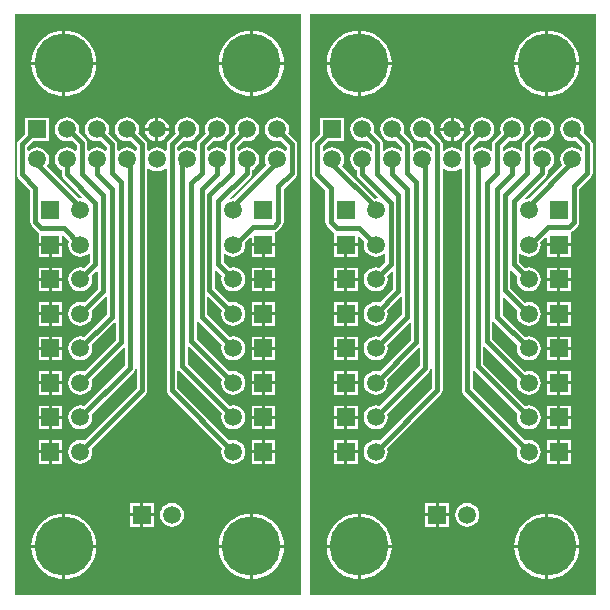
<source format=gbl>
%FSLAX24Y24*%
%MOIN*%
G70*
G01*
G75*
G04 Layer_Physical_Order=2*
G04 Layer_Color=16711680*
%ADD10R,0.0433X0.0551*%
%ADD11R,0.0354X0.0276*%
%ADD12R,0.0335X0.0138*%
%ADD13R,0.0276X0.0354*%
%ADD14C,0.0100*%
%ADD15C,0.0300*%
%ADD16C,0.0250*%
%ADD17R,0.0591X0.0591*%
%ADD18C,0.0591*%
%ADD19C,0.1969*%
%ADD20C,0.0150*%
%ADD21C,0.0200*%
G36*
X29584Y30416D02*
X20046D01*
Y49797D01*
X29584D01*
Y30416D01*
D02*
G37*
G36*
X19740D02*
X10203D01*
Y49797D01*
X19740D01*
Y30416D01*
D02*
G37*
%LPC*%
G36*
X11795Y36745D02*
X11450D01*
Y36400D01*
X11795D01*
Y36745D01*
D02*
G37*
G36*
X18450D02*
X18105D01*
Y36400D01*
X18450D01*
Y36745D01*
D02*
G37*
G36*
X28739Y36300D02*
X28393D01*
Y35955D01*
X28739D01*
Y36300D01*
D02*
G37*
G36*
X11350Y36745D02*
X11005D01*
Y36400D01*
X11350D01*
Y36745D01*
D02*
G37*
G36*
X18895D02*
X18550D01*
Y36400D01*
X18895D01*
Y36745D01*
D02*
G37*
G36*
X28293D02*
X27948D01*
Y36400D01*
X28293D01*
Y36745D01*
D02*
G37*
G36*
X28739D02*
X28393D01*
Y36400D01*
X28739D01*
Y36745D01*
D02*
G37*
G36*
X21193D02*
X20848D01*
Y36400D01*
X21193D01*
Y36745D01*
D02*
G37*
G36*
X21639D02*
X21293D01*
Y36400D01*
X21639D01*
Y36745D01*
D02*
G37*
G36*
X28293Y36300D02*
X27948D01*
Y35955D01*
X28293D01*
Y36300D01*
D02*
G37*
G36*
X28739Y35595D02*
X28393D01*
Y35250D01*
X28739D01*
Y35595D01*
D02*
G37*
G36*
X11350Y36300D02*
X11005D01*
Y35955D01*
X11350D01*
Y36300D01*
D02*
G37*
G36*
X21639Y35595D02*
X21293D01*
Y35250D01*
X21639D01*
Y35595D01*
D02*
G37*
G36*
X28293D02*
X27948D01*
Y35250D01*
X28293D01*
Y35595D01*
D02*
G37*
G36*
X11795Y36300D02*
X11450D01*
Y35955D01*
X11795D01*
Y36300D01*
D02*
G37*
G36*
X21193D02*
X20848D01*
Y35955D01*
X21193D01*
Y36300D01*
D02*
G37*
G36*
X21639D02*
X21293D01*
Y35955D01*
X21639D01*
Y36300D01*
D02*
G37*
G36*
X18450D02*
X18105D01*
Y35955D01*
X18450D01*
Y36300D01*
D02*
G37*
G36*
X18895D02*
X18550D01*
Y35955D01*
X18895D01*
Y36300D01*
D02*
G37*
G36*
X21193Y37895D02*
X20848D01*
Y37550D01*
X21193D01*
Y37895D01*
D02*
G37*
G36*
X21639D02*
X21293D01*
Y37550D01*
X21639D01*
Y37895D01*
D02*
G37*
G36*
X18450D02*
X18105D01*
Y37550D01*
X18450D01*
Y37895D01*
D02*
G37*
G36*
X18895D02*
X18550D01*
Y37550D01*
X18895D01*
Y37895D01*
D02*
G37*
G36*
X28293D02*
X27948D01*
Y37550D01*
X28293D01*
Y37895D01*
D02*
G37*
G36*
X11795Y38600D02*
X11450D01*
Y38255D01*
X11795D01*
Y38600D01*
D02*
G37*
G36*
X18450D02*
X18105D01*
Y38255D01*
X18450D01*
Y38600D01*
D02*
G37*
G36*
X28739Y37895D02*
X28393D01*
Y37550D01*
X28739D01*
Y37895D01*
D02*
G37*
G36*
X11350Y38600D02*
X11005D01*
Y38255D01*
X11350D01*
Y38600D01*
D02*
G37*
G36*
X11795Y37895D02*
X11450D01*
Y37550D01*
X11795D01*
Y37895D01*
D02*
G37*
G36*
X18450Y37450D02*
X18105D01*
Y37105D01*
X18450D01*
Y37450D01*
D02*
G37*
G36*
X18895D02*
X18550D01*
Y37105D01*
X18895D01*
Y37450D01*
D02*
G37*
G36*
X11350D02*
X11005D01*
Y37105D01*
X11350D01*
Y37450D01*
D02*
G37*
G36*
X11795D02*
X11450D01*
Y37105D01*
X11795D01*
Y37450D01*
D02*
G37*
G36*
X21193D02*
X20848D01*
Y37105D01*
X21193D01*
Y37450D01*
D02*
G37*
G36*
X28739D02*
X28393D01*
Y37105D01*
X28739D01*
Y37450D01*
D02*
G37*
G36*
X11350Y37895D02*
X11005D01*
Y37550D01*
X11350D01*
Y37895D01*
D02*
G37*
G36*
X21639Y37450D02*
X21293D01*
Y37105D01*
X21639D01*
Y37450D01*
D02*
G37*
G36*
X28293D02*
X27948D01*
Y37105D01*
X28293D01*
Y37450D01*
D02*
G37*
G36*
X21193Y35595D02*
X20848D01*
Y35250D01*
X21193D01*
Y35595D01*
D02*
G37*
G36*
X21643Y33134D02*
X21523Y33124D01*
X21357Y33084D01*
X21200Y33019D01*
X21054Y32930D01*
X20924Y32819D01*
X20813Y32689D01*
X20724Y32544D01*
X20659Y32386D01*
X20619Y32220D01*
X20610Y32100D01*
X21643D01*
Y33134D01*
D02*
G37*
G36*
X21743D02*
Y32100D01*
X22777D01*
X22768Y32220D01*
X22728Y32386D01*
X22662Y32544D01*
X22573Y32689D01*
X22462Y32819D01*
X22333Y32930D01*
X22187Y33019D01*
X22029Y33084D01*
X21863Y33124D01*
X21743Y33134D01*
D02*
G37*
G36*
X18050D02*
X17930Y33124D01*
X17764Y33084D01*
X17606Y33019D01*
X17461Y32930D01*
X17331Y32819D01*
X17220Y32689D01*
X17131Y32544D01*
X17066Y32386D01*
X17026Y32220D01*
X17016Y32100D01*
X18050D01*
Y33134D01*
D02*
G37*
G36*
X18150D02*
Y32100D01*
X19184D01*
X19174Y32220D01*
X19134Y32386D01*
X19069Y32544D01*
X18980Y32689D01*
X18869Y32819D01*
X18739Y32930D01*
X18594Y33019D01*
X18436Y33084D01*
X18270Y33124D01*
X18150Y33134D01*
D02*
G37*
G36*
X27893D02*
X27773Y33124D01*
X27607Y33084D01*
X27450Y33019D01*
X27304Y32930D01*
X27174Y32819D01*
X27063Y32689D01*
X26974Y32544D01*
X26909Y32386D01*
X26869Y32220D01*
X26860Y32100D01*
X27893D01*
Y33134D01*
D02*
G37*
G36*
X25293Y33499D02*
X25190Y33485D01*
X25094Y33445D01*
X25011Y33382D01*
X24948Y33299D01*
X24908Y33203D01*
X24895Y33100D01*
X24908Y32997D01*
X24948Y32901D01*
X25011Y32818D01*
X25094Y32755D01*
X25190Y32715D01*
X25293Y32701D01*
X25396Y32715D01*
X25493Y32755D01*
X25575Y32818D01*
X25639Y32901D01*
X25678Y32997D01*
X25692Y33100D01*
X25678Y33203D01*
X25639Y33299D01*
X25575Y33382D01*
X25493Y33445D01*
X25396Y33485D01*
X25293Y33499D01*
D02*
G37*
G36*
X14400Y33050D02*
X14055D01*
Y32705D01*
X14400D01*
Y33050D01*
D02*
G37*
G36*
X27993Y33134D02*
Y32100D01*
X29027D01*
X29018Y32220D01*
X28978Y32386D01*
X28912Y32544D01*
X28823Y32689D01*
X28712Y32819D01*
X28583Y32930D01*
X28437Y33019D01*
X28279Y33084D01*
X28113Y33124D01*
X27993Y33134D01*
D02*
G37*
G36*
X15450Y33499D02*
X15347Y33485D01*
X15251Y33445D01*
X15168Y33382D01*
X15105Y33299D01*
X15065Y33203D01*
X15051Y33100D01*
X15065Y32997D01*
X15105Y32901D01*
X15168Y32818D01*
X15251Y32755D01*
X15347Y32715D01*
X15450Y32701D01*
X15553Y32715D01*
X15649Y32755D01*
X15732Y32818D01*
X15795Y32901D01*
X15835Y32997D01*
X15849Y33100D01*
X15835Y33203D01*
X15795Y33299D01*
X15732Y33382D01*
X15649Y33445D01*
X15553Y33485D01*
X15450Y33499D01*
D02*
G37*
G36*
X11900Y33134D02*
Y32100D01*
X12934D01*
X12924Y32220D01*
X12884Y32386D01*
X12819Y32544D01*
X12730Y32689D01*
X12619Y32819D01*
X12489Y32930D01*
X12344Y33019D01*
X12186Y33084D01*
X12020Y33124D01*
X11900Y33134D01*
D02*
G37*
G36*
X18050Y32000D02*
X17016D01*
X17026Y31880D01*
X17066Y31714D01*
X17131Y31556D01*
X17220Y31411D01*
X17331Y31281D01*
X17461Y31170D01*
X17606Y31081D01*
X17764Y31016D01*
X17930Y30976D01*
X18050Y30966D01*
Y32000D01*
D02*
G37*
G36*
X19184D02*
X18150D01*
Y30966D01*
X18270Y30976D01*
X18436Y31016D01*
X18594Y31081D01*
X18739Y31170D01*
X18869Y31281D01*
X18980Y31411D01*
X19069Y31556D01*
X19134Y31714D01*
X19174Y31880D01*
X19184Y32000D01*
D02*
G37*
G36*
X11800D02*
X10766D01*
X10776Y31880D01*
X10816Y31714D01*
X10881Y31556D01*
X10970Y31411D01*
X11081Y31281D01*
X11211Y31170D01*
X11356Y31081D01*
X11514Y31016D01*
X11680Y30976D01*
X11800Y30966D01*
Y32000D01*
D02*
G37*
G36*
X12934D02*
X11900D01*
Y30966D01*
X12020Y30976D01*
X12186Y31016D01*
X12344Y31081D01*
X12489Y31170D01*
X12619Y31281D01*
X12730Y31411D01*
X12819Y31556D01*
X12884Y31714D01*
X12924Y31880D01*
X12934Y32000D01*
D02*
G37*
G36*
X21643D02*
X20610D01*
X20619Y31880D01*
X20659Y31714D01*
X20724Y31556D01*
X20813Y31411D01*
X20924Y31281D01*
X21054Y31170D01*
X21200Y31081D01*
X21357Y31016D01*
X21523Y30976D01*
X21643Y30966D01*
Y32000D01*
D02*
G37*
G36*
X29027D02*
X27993D01*
Y30966D01*
X28113Y30976D01*
X28279Y31016D01*
X28437Y31081D01*
X28583Y31170D01*
X28712Y31281D01*
X28823Y31411D01*
X28912Y31556D01*
X28978Y31714D01*
X29018Y31880D01*
X29027Y32000D01*
D02*
G37*
G36*
X11800Y33134D02*
X11680Y33124D01*
X11514Y33084D01*
X11356Y33019D01*
X11211Y32930D01*
X11081Y32819D01*
X10970Y32689D01*
X10881Y32544D01*
X10816Y32386D01*
X10776Y32220D01*
X10766Y32100D01*
X11800D01*
Y33134D01*
D02*
G37*
G36*
X22777Y32000D02*
X21743D01*
Y30966D01*
X21863Y30976D01*
X22029Y31016D01*
X22187Y31081D01*
X22333Y31170D01*
X22462Y31281D01*
X22573Y31411D01*
X22662Y31556D01*
X22728Y31714D01*
X22768Y31880D01*
X22777Y32000D01*
D02*
G37*
G36*
X27893D02*
X26860D01*
X26869Y31880D01*
X26909Y31714D01*
X26974Y31556D01*
X27063Y31411D01*
X27174Y31281D01*
X27304Y31170D01*
X27450Y31081D01*
X27607Y31016D01*
X27773Y30976D01*
X27893Y30966D01*
Y32000D01*
D02*
G37*
G36*
X21639Y35150D02*
X21293D01*
Y34805D01*
X21639D01*
Y35150D01*
D02*
G37*
G36*
X28293D02*
X27948D01*
Y34805D01*
X28293D01*
Y35150D01*
D02*
G37*
G36*
X18895D02*
X18550D01*
Y34805D01*
X18895D01*
Y35150D01*
D02*
G37*
G36*
X21193D02*
X20848D01*
Y34805D01*
X21193D01*
Y35150D01*
D02*
G37*
G36*
X28739D02*
X28393D01*
Y34805D01*
X28739D01*
Y35150D01*
D02*
G37*
G36*
X18450Y35595D02*
X18105D01*
Y35250D01*
X18450D01*
Y35595D01*
D02*
G37*
G36*
X18895D02*
X18550D01*
Y35250D01*
X18895D01*
Y35595D01*
D02*
G37*
G36*
X11350D02*
X11005D01*
Y35250D01*
X11350D01*
Y35595D01*
D02*
G37*
G36*
X11795D02*
X11450D01*
Y35250D01*
X11795D01*
Y35595D01*
D02*
G37*
G36*
X18450Y35150D02*
X18105D01*
Y34805D01*
X18450D01*
Y35150D01*
D02*
G37*
G36*
X24689Y33050D02*
X24343D01*
Y32705D01*
X24689D01*
Y33050D01*
D02*
G37*
G36*
X14400Y33495D02*
X14055D01*
Y33150D01*
X14400D01*
Y33495D01*
D02*
G37*
G36*
X14845Y33050D02*
X14500D01*
Y32705D01*
X14845D01*
Y33050D01*
D02*
G37*
G36*
X24243D02*
X23898D01*
Y32705D01*
X24243D01*
Y33050D01*
D02*
G37*
G36*
X14845Y33495D02*
X14500D01*
Y33150D01*
X14845D01*
Y33495D01*
D02*
G37*
G36*
X11350Y35150D02*
X11005D01*
Y34805D01*
X11350D01*
Y35150D01*
D02*
G37*
G36*
X11795D02*
X11450D01*
Y34805D01*
X11795D01*
Y35150D01*
D02*
G37*
G36*
X24243Y33495D02*
X23898D01*
Y33150D01*
X24243D01*
Y33495D01*
D02*
G37*
G36*
X24689D02*
X24343D01*
Y33150D01*
X24689D01*
Y33495D01*
D02*
G37*
G36*
X28739Y42050D02*
X28393D01*
Y41705D01*
X28739D01*
Y42050D01*
D02*
G37*
G36*
X18950Y46349D02*
X18847Y46335D01*
X18751Y46295D01*
X18668Y46232D01*
X18605Y46149D01*
X18565Y46053D01*
X18551Y45950D01*
X18565Y45847D01*
X18605Y45751D01*
X18668Y45668D01*
X18751Y45605D01*
X18847Y45565D01*
X18950Y45551D01*
X19053Y45565D01*
X19074Y45574D01*
X19272Y45376D01*
Y45258D01*
X19227Y45236D01*
X19149Y45295D01*
X19053Y45335D01*
X18950Y45349D01*
X18847Y45335D01*
X18751Y45295D01*
X18668Y45232D01*
X18605Y45149D01*
X18565Y45053D01*
X18551Y44950D01*
X18565Y44847D01*
X18603Y44755D01*
X17496Y43648D01*
X17406Y43636D01*
X17383Y43681D01*
X18076Y44374D01*
X18115Y44432D01*
X18128Y44500D01*
X18128Y44500D01*
Y44596D01*
X18149Y44605D01*
X18232Y44668D01*
X18295Y44751D01*
X18335Y44847D01*
X18349Y44950D01*
X18335Y45053D01*
X18295Y45149D01*
X18232Y45232D01*
X18149Y45295D01*
X18053Y45335D01*
X17950Y45349D01*
X17847Y45335D01*
X17751Y45295D01*
X17673Y45236D01*
X17628Y45258D01*
Y45376D01*
X17826Y45574D01*
X17847Y45565D01*
X17950Y45551D01*
X18053Y45565D01*
X18149Y45605D01*
X18232Y45668D01*
X18295Y45751D01*
X18335Y45847D01*
X18349Y45950D01*
X18335Y46053D01*
X18295Y46149D01*
X18232Y46232D01*
X18149Y46295D01*
X18053Y46335D01*
X17950Y46349D01*
X17847Y46335D01*
X17751Y46295D01*
X17668Y46232D01*
X17605Y46149D01*
X17565Y46053D01*
X17551Y45950D01*
X17565Y45847D01*
X17574Y45826D01*
X17324Y45576D01*
X17285Y45518D01*
X17272Y45450D01*
Y45258D01*
X17227Y45236D01*
X17149Y45295D01*
X17053Y45335D01*
X16950Y45349D01*
X16847Y45335D01*
X16751Y45295D01*
X16673Y45236D01*
X16628Y45258D01*
Y45376D01*
X16826Y45574D01*
X16847Y45565D01*
X16950Y45551D01*
X17053Y45565D01*
X17149Y45605D01*
X17232Y45668D01*
X17295Y45751D01*
X17335Y45847D01*
X17349Y45950D01*
X17335Y46053D01*
X17295Y46149D01*
X17232Y46232D01*
X17149Y46295D01*
X17053Y46335D01*
X16950Y46349D01*
X16847Y46335D01*
X16751Y46295D01*
X16668Y46232D01*
X16605Y46149D01*
X16565Y46053D01*
X16551Y45950D01*
X16565Y45847D01*
X16574Y45826D01*
X16324Y45576D01*
X16285Y45518D01*
X16272Y45450D01*
Y45258D01*
X16227Y45236D01*
X16149Y45295D01*
X16053Y45335D01*
X15950Y45349D01*
X15847Y45335D01*
X15751Y45295D01*
X15673Y45236D01*
X15628Y45258D01*
Y45376D01*
X15826Y45574D01*
X15847Y45565D01*
X15950Y45551D01*
X16053Y45565D01*
X16149Y45605D01*
X16232Y45668D01*
X16295Y45751D01*
X16335Y45847D01*
X16349Y45950D01*
X16335Y46053D01*
X16295Y46149D01*
X16232Y46232D01*
X16149Y46295D01*
X16053Y46335D01*
X15950Y46349D01*
X15847Y46335D01*
X15751Y46295D01*
X15668Y46232D01*
X15605Y46149D01*
X15565Y46053D01*
X15551Y45950D01*
X15565Y45847D01*
X15574Y45826D01*
X15324Y45576D01*
X15285Y45518D01*
X15272Y45450D01*
Y45258D01*
X15227Y45236D01*
X15149Y45295D01*
X15053Y45335D01*
X14950Y45349D01*
X14847Y45335D01*
X14751Y45295D01*
X14673Y45236D01*
X14628Y45258D01*
Y45450D01*
X14628Y45450D01*
X14615Y45518D01*
X14596Y45547D01*
X14576Y45576D01*
X14576Y45576D01*
X14326Y45826D01*
X14335Y45847D01*
X14349Y45950D01*
X14335Y46053D01*
X14295Y46149D01*
X14232Y46232D01*
X14149Y46295D01*
X14053Y46335D01*
X13950Y46349D01*
X13847Y46335D01*
X13751Y46295D01*
X13668Y46232D01*
X13605Y46149D01*
X13565Y46053D01*
X13551Y45950D01*
X13565Y45847D01*
X13605Y45751D01*
X13668Y45668D01*
X13751Y45605D01*
X13847Y45565D01*
X13950Y45551D01*
X14053Y45565D01*
X14074Y45574D01*
X14272Y45376D01*
Y45258D01*
X14227Y45236D01*
X14149Y45295D01*
X14053Y45335D01*
X13950Y45349D01*
X13847Y45335D01*
X13751Y45295D01*
X13673Y45236D01*
X13628Y45258D01*
Y45450D01*
X13628Y45450D01*
X13615Y45518D01*
X13596Y45547D01*
X13576Y45576D01*
X13576Y45576D01*
X13326Y45826D01*
X13335Y45847D01*
X13349Y45950D01*
X13335Y46053D01*
X13295Y46149D01*
X13232Y46232D01*
X13149Y46295D01*
X13053Y46335D01*
X12950Y46349D01*
X12847Y46335D01*
X12751Y46295D01*
X12668Y46232D01*
X12605Y46149D01*
X12565Y46053D01*
X12551Y45950D01*
X12565Y45847D01*
X12605Y45751D01*
X12668Y45668D01*
X12751Y45605D01*
X12847Y45565D01*
X12950Y45551D01*
X13053Y45565D01*
X13074Y45574D01*
X13272Y45376D01*
Y45258D01*
X13227Y45236D01*
X13149Y45295D01*
X13053Y45335D01*
X12950Y45349D01*
X12847Y45335D01*
X12751Y45295D01*
X12673Y45236D01*
X12628Y45258D01*
Y45500D01*
X12628Y45500D01*
X12615Y45568D01*
X12596Y45597D01*
X12576Y45626D01*
X12576Y45626D01*
X12337Y45865D01*
X12349Y45950D01*
X12335Y46053D01*
X12295Y46149D01*
X12232Y46232D01*
X12149Y46295D01*
X12053Y46335D01*
X11950Y46349D01*
X11847Y46335D01*
X11751Y46295D01*
X11668Y46232D01*
X11605Y46149D01*
X11565Y46053D01*
X11551Y45950D01*
X11565Y45847D01*
X11605Y45751D01*
X11668Y45668D01*
X11751Y45605D01*
X11847Y45565D01*
X11950Y45551D01*
X12053Y45565D01*
X12109Y45588D01*
X12272Y45426D01*
Y45258D01*
X12227Y45236D01*
X12149Y45295D01*
X12053Y45335D01*
X11950Y45349D01*
X11847Y45335D01*
X11751Y45295D01*
X11668Y45232D01*
X11605Y45149D01*
X11565Y45053D01*
X11551Y44950D01*
X11565Y44847D01*
X11605Y44751D01*
X11668Y44668D01*
X11751Y44605D01*
X11772Y44596D01*
Y44450D01*
X11785Y44382D01*
X11824Y44324D01*
X12459Y43689D01*
X12437Y43644D01*
X12400Y43649D01*
X12359Y43643D01*
X11276Y44726D01*
X11295Y44751D01*
X11335Y44847D01*
X11349Y44950D01*
X11335Y45053D01*
X11295Y45149D01*
X11232Y45232D01*
X11149Y45295D01*
X11053Y45335D01*
X10950Y45349D01*
X10847Y45335D01*
X10751Y45295D01*
X10673Y45236D01*
X10628Y45258D01*
Y45376D01*
X10807Y45555D01*
X11345D01*
Y46345D01*
X10555D01*
Y45807D01*
X10324Y45576D01*
X10285Y45518D01*
X10272Y45450D01*
Y44450D01*
X10285Y44382D01*
X10324Y44324D01*
X10722Y43926D01*
Y42850D01*
X10722Y42850D01*
X10722D01*
X10735Y42782D01*
X10774Y42724D01*
X10974Y42524D01*
X10974Y42524D01*
X11003Y42504D01*
X11007Y42502D01*
X11005Y42495D01*
X11005D01*
X11005Y42495D01*
Y42150D01*
X11795D01*
Y42387D01*
X11841Y42406D01*
X12024Y42224D01*
X12015Y42203D01*
X12001Y42100D01*
X12015Y41997D01*
X12055Y41901D01*
X12118Y41818D01*
X12201Y41755D01*
X12297Y41715D01*
X12400Y41701D01*
X12503Y41715D01*
X12599Y41755D01*
X12677Y41814D01*
X12722Y41792D01*
Y41524D01*
X12524Y41326D01*
X12503Y41335D01*
X12400Y41349D01*
X12297Y41335D01*
X12201Y41295D01*
X12118Y41232D01*
X12055Y41149D01*
X12015Y41053D01*
X12001Y40950D01*
X12015Y40847D01*
X12055Y40751D01*
X12118Y40668D01*
X12201Y40605D01*
X12297Y40565D01*
X12400Y40551D01*
X12503Y40565D01*
X12599Y40605D01*
X12682Y40668D01*
X12745Y40751D01*
X12785Y40847D01*
X12799Y40950D01*
X12785Y41053D01*
X12776Y41074D01*
X12925Y41223D01*
X12972Y41204D01*
Y40624D01*
X12524Y40176D01*
X12503Y40185D01*
X12400Y40199D01*
X12297Y40185D01*
X12201Y40145D01*
X12118Y40082D01*
X12055Y39999D01*
X12015Y39903D01*
X12001Y39800D01*
X12015Y39697D01*
X12055Y39601D01*
X12118Y39518D01*
X12201Y39455D01*
X12297Y39415D01*
X12400Y39401D01*
X12503Y39415D01*
X12599Y39455D01*
X12682Y39518D01*
X12745Y39601D01*
X12785Y39697D01*
X12799Y39800D01*
X12785Y39903D01*
X12776Y39924D01*
X13225Y40373D01*
X13272Y40354D01*
Y39774D01*
X12524Y39026D01*
X12503Y39035D01*
X12400Y39049D01*
X12297Y39035D01*
X12201Y38995D01*
X12118Y38932D01*
X12055Y38849D01*
X12015Y38753D01*
X12001Y38650D01*
X12015Y38547D01*
X12055Y38451D01*
X12118Y38368D01*
X12201Y38305D01*
X12297Y38265D01*
X12400Y38251D01*
X12503Y38265D01*
X12599Y38305D01*
X12682Y38368D01*
X12745Y38451D01*
X12785Y38547D01*
X12799Y38650D01*
X12785Y38753D01*
X12776Y38774D01*
X13525Y39523D01*
X13572Y39504D01*
Y38924D01*
X12524Y37876D01*
X12503Y37885D01*
X12400Y37899D01*
X12297Y37885D01*
X12201Y37845D01*
X12118Y37782D01*
X12055Y37699D01*
X12015Y37603D01*
X12001Y37500D01*
X12015Y37397D01*
X12055Y37301D01*
X12118Y37218D01*
X12201Y37155D01*
X12297Y37115D01*
X12400Y37101D01*
X12503Y37115D01*
X12599Y37155D01*
X12682Y37218D01*
X12745Y37301D01*
X12785Y37397D01*
X12799Y37500D01*
X12785Y37603D01*
X12776Y37624D01*
X13825Y38673D01*
X13872Y38654D01*
Y38074D01*
X12524Y36726D01*
X12503Y36735D01*
X12400Y36749D01*
X12297Y36735D01*
X12201Y36695D01*
X12118Y36632D01*
X12055Y36549D01*
X12015Y36453D01*
X12001Y36350D01*
X12015Y36247D01*
X12055Y36151D01*
X12118Y36068D01*
X12201Y36005D01*
X12297Y35965D01*
X12400Y35951D01*
X12503Y35965D01*
X12599Y36005D01*
X12682Y36068D01*
X12745Y36151D01*
X12785Y36247D01*
X12799Y36350D01*
X12785Y36453D01*
X12776Y36474D01*
X14176Y37874D01*
X14176Y37874D01*
X14215Y37932D01*
X14222Y37967D01*
X14272Y37962D01*
Y37324D01*
X12524Y35576D01*
X12503Y35585D01*
X12400Y35599D01*
X12297Y35585D01*
X12201Y35545D01*
X12118Y35482D01*
X12055Y35399D01*
X12015Y35303D01*
X12001Y35200D01*
X12015Y35097D01*
X12055Y35001D01*
X12118Y34918D01*
X12201Y34855D01*
X12297Y34815D01*
X12400Y34801D01*
X12503Y34815D01*
X12599Y34855D01*
X12682Y34918D01*
X12745Y35001D01*
X12785Y35097D01*
X12799Y35200D01*
X12785Y35303D01*
X12776Y35324D01*
X14576Y37124D01*
X14615Y37182D01*
X14628Y37250D01*
X14628Y37250D01*
Y44642D01*
X14673Y44664D01*
X14751Y44605D01*
X14847Y44565D01*
X14950Y44551D01*
X15053Y44565D01*
X15149Y44605D01*
X15227Y44664D01*
X15272Y44642D01*
Y37250D01*
X15272Y37250D01*
X15272D01*
X15285Y37182D01*
X15324Y37124D01*
X17124Y35324D01*
X17115Y35303D01*
X17101Y35200D01*
X17115Y35097D01*
X17155Y35001D01*
X17218Y34918D01*
X17301Y34855D01*
X17397Y34815D01*
X17500Y34801D01*
X17603Y34815D01*
X17699Y34855D01*
X17782Y34918D01*
X17845Y35001D01*
X17885Y35097D01*
X17899Y35200D01*
X17885Y35303D01*
X17845Y35399D01*
X17782Y35482D01*
X17699Y35545D01*
X17603Y35585D01*
X17500Y35599D01*
X17397Y35585D01*
X17376Y35576D01*
X15628Y37324D01*
Y37893D01*
X15669Y37921D01*
X15675Y37923D01*
X17124Y36474D01*
X17115Y36453D01*
X17101Y36350D01*
X17115Y36247D01*
X17155Y36151D01*
X17218Y36068D01*
X17301Y36005D01*
X17397Y35965D01*
X17500Y35951D01*
X17603Y35965D01*
X17699Y36005D01*
X17782Y36068D01*
X17845Y36151D01*
X17885Y36247D01*
X17899Y36350D01*
X17885Y36453D01*
X17845Y36549D01*
X17782Y36632D01*
X17699Y36695D01*
X17603Y36735D01*
X17500Y36749D01*
X17397Y36735D01*
X17376Y36726D01*
X15978Y38124D01*
Y38704D01*
X16025Y38723D01*
X17124Y37624D01*
X17115Y37603D01*
X17101Y37500D01*
X17115Y37397D01*
X17155Y37301D01*
X17218Y37218D01*
X17301Y37155D01*
X17397Y37115D01*
X17500Y37101D01*
X17603Y37115D01*
X17699Y37155D01*
X17782Y37218D01*
X17845Y37301D01*
X17885Y37397D01*
X17899Y37500D01*
X17885Y37603D01*
X17845Y37699D01*
X17782Y37782D01*
X17699Y37845D01*
X17603Y37885D01*
X17500Y37899D01*
X17397Y37885D01*
X17376Y37876D01*
X16278Y38974D01*
Y39543D01*
X16319Y39571D01*
X16325Y39573D01*
X17124Y38774D01*
X17115Y38753D01*
X17101Y38650D01*
X17115Y38547D01*
X17155Y38451D01*
X17218Y38368D01*
X17301Y38305D01*
X17397Y38265D01*
X17500Y38251D01*
X17603Y38265D01*
X17699Y38305D01*
X17782Y38368D01*
X17845Y38451D01*
X17885Y38547D01*
X17899Y38650D01*
X17885Y38753D01*
X17845Y38849D01*
X17782Y38932D01*
X17699Y38995D01*
X17603Y39035D01*
X17500Y39049D01*
X17397Y39035D01*
X17376Y39026D01*
X16628Y39774D01*
Y40354D01*
X16675Y40373D01*
X17124Y39924D01*
X17115Y39903D01*
X17101Y39800D01*
X17115Y39697D01*
X17155Y39601D01*
X17218Y39518D01*
X17301Y39455D01*
X17397Y39415D01*
X17500Y39401D01*
X17603Y39415D01*
X17699Y39455D01*
X17782Y39518D01*
X17845Y39601D01*
X17885Y39697D01*
X17899Y39800D01*
X17885Y39903D01*
X17845Y39999D01*
X17782Y40082D01*
X17699Y40145D01*
X17603Y40185D01*
X17500Y40199D01*
X17397Y40185D01*
X17376Y40176D01*
X16878Y40674D01*
Y41254D01*
X16925Y41273D01*
X17124Y41074D01*
X17115Y41053D01*
X17101Y40950D01*
X17115Y40847D01*
X17155Y40751D01*
X17218Y40668D01*
X17301Y40605D01*
X17397Y40565D01*
X17500Y40551D01*
X17603Y40565D01*
X17699Y40605D01*
X17782Y40668D01*
X17845Y40751D01*
X17885Y40847D01*
X17899Y40950D01*
X17885Y41053D01*
X17845Y41149D01*
X17782Y41232D01*
X17699Y41295D01*
X17603Y41335D01*
X17500Y41349D01*
X17397Y41335D01*
X17376Y41326D01*
X17178Y41524D01*
Y41792D01*
X17223Y41814D01*
X17301Y41755D01*
X17397Y41715D01*
X17500Y41701D01*
X17603Y41715D01*
X17699Y41755D01*
X17782Y41818D01*
X17845Y41901D01*
X17885Y41997D01*
X17899Y42100D01*
X17887Y42185D01*
X18059Y42356D01*
X18105Y42337D01*
Y42150D01*
X18895D01*
Y42495D01*
X18895D01*
Y42531D01*
X18918Y42535D01*
X18976Y42574D01*
X19126Y42724D01*
X19165Y42782D01*
X19178Y42850D01*
Y43976D01*
X19576Y44374D01*
X19615Y44432D01*
X19628Y44500D01*
X19628Y44500D01*
X19628Y44500D01*
Y44500D01*
Y45450D01*
X19628Y45450D01*
X19615Y45518D01*
X19596Y45547D01*
X19576Y45576D01*
X19576Y45576D01*
X19326Y45826D01*
X19335Y45847D01*
X19349Y45950D01*
X19335Y46053D01*
X19295Y46149D01*
X19232Y46232D01*
X19149Y46295D01*
X19053Y46335D01*
X18950Y46349D01*
D02*
G37*
G36*
X21639Y42050D02*
X21293D01*
Y41705D01*
X21639D01*
Y42050D01*
D02*
G37*
G36*
X28293D02*
X27948D01*
Y41705D01*
X28293D01*
Y42050D01*
D02*
G37*
G36*
X28793Y46349D02*
X28690Y46335D01*
X28594Y46295D01*
X28511Y46232D01*
X28448Y46149D01*
X28408Y46053D01*
X28395Y45950D01*
X28408Y45847D01*
X28448Y45751D01*
X28511Y45668D01*
X28594Y45605D01*
X28690Y45565D01*
X28793Y45551D01*
X28896Y45565D01*
X28917Y45574D01*
X29115Y45376D01*
Y45258D01*
X29070Y45236D01*
X28993Y45295D01*
X28896Y45335D01*
X28793Y45349D01*
X28690Y45335D01*
X28594Y45295D01*
X28511Y45232D01*
X28448Y45149D01*
X28408Y45053D01*
X28395Y44950D01*
X28408Y44847D01*
X28446Y44755D01*
X27339Y43648D01*
X27249Y43636D01*
X27227Y43681D01*
X27919Y44374D01*
X27958Y44432D01*
X27972Y44500D01*
X27972Y44500D01*
Y44596D01*
X27993Y44605D01*
X28075Y44668D01*
X28139Y44751D01*
X28178Y44847D01*
X28192Y44950D01*
X28178Y45053D01*
X28139Y45149D01*
X28075Y45232D01*
X27993Y45295D01*
X27896Y45335D01*
X27793Y45349D01*
X27690Y45335D01*
X27594Y45295D01*
X27517Y45236D01*
X27472Y45258D01*
Y45376D01*
X27669Y45574D01*
X27690Y45565D01*
X27793Y45551D01*
X27896Y45565D01*
X27993Y45605D01*
X28075Y45668D01*
X28139Y45751D01*
X28178Y45847D01*
X28192Y45950D01*
X28178Y46053D01*
X28139Y46149D01*
X28075Y46232D01*
X27993Y46295D01*
X27896Y46335D01*
X27793Y46349D01*
X27690Y46335D01*
X27594Y46295D01*
X27511Y46232D01*
X27448Y46149D01*
X27408Y46053D01*
X27395Y45950D01*
X27408Y45847D01*
X27417Y45826D01*
X27167Y45576D01*
X27128Y45518D01*
X27115Y45450D01*
Y45258D01*
X27070Y45236D01*
X26993Y45295D01*
X26896Y45335D01*
X26793Y45349D01*
X26690Y45335D01*
X26594Y45295D01*
X26517Y45236D01*
X26472Y45258D01*
Y45376D01*
X26669Y45574D01*
X26690Y45565D01*
X26793Y45551D01*
X26896Y45565D01*
X26993Y45605D01*
X27075Y45668D01*
X27139Y45751D01*
X27178Y45847D01*
X27192Y45950D01*
X27178Y46053D01*
X27139Y46149D01*
X27075Y46232D01*
X26993Y46295D01*
X26896Y46335D01*
X26793Y46349D01*
X26690Y46335D01*
X26594Y46295D01*
X26511Y46232D01*
X26448Y46149D01*
X26408Y46053D01*
X26395Y45950D01*
X26408Y45847D01*
X26417Y45826D01*
X26167Y45576D01*
X26128Y45518D01*
X26115Y45450D01*
Y45258D01*
X26070Y45236D01*
X25993Y45295D01*
X25896Y45335D01*
X25793Y45349D01*
X25690Y45335D01*
X25594Y45295D01*
X25517Y45236D01*
X25472Y45258D01*
Y45376D01*
X25669Y45574D01*
X25690Y45565D01*
X25793Y45551D01*
X25896Y45565D01*
X25993Y45605D01*
X26075Y45668D01*
X26139Y45751D01*
X26178Y45847D01*
X26192Y45950D01*
X26178Y46053D01*
X26139Y46149D01*
X26075Y46232D01*
X25993Y46295D01*
X25896Y46335D01*
X25793Y46349D01*
X25690Y46335D01*
X25594Y46295D01*
X25511Y46232D01*
X25448Y46149D01*
X25408Y46053D01*
X25395Y45950D01*
X25408Y45847D01*
X25417Y45826D01*
X25167Y45576D01*
X25128Y45518D01*
X25115Y45450D01*
Y45258D01*
X25070Y45236D01*
X24993Y45295D01*
X24896Y45335D01*
X24793Y45349D01*
X24690Y45335D01*
X24594Y45295D01*
X24517Y45236D01*
X24472Y45258D01*
Y45450D01*
X24472Y45450D01*
X24458Y45518D01*
X24439Y45547D01*
X24419Y45576D01*
X24419Y45576D01*
X24170Y45826D01*
X24178Y45847D01*
X24192Y45950D01*
X24178Y46053D01*
X24139Y46149D01*
X24075Y46232D01*
X23993Y46295D01*
X23896Y46335D01*
X23793Y46349D01*
X23690Y46335D01*
X23594Y46295D01*
X23511Y46232D01*
X23448Y46149D01*
X23408Y46053D01*
X23395Y45950D01*
X23408Y45847D01*
X23448Y45751D01*
X23511Y45668D01*
X23594Y45605D01*
X23690Y45565D01*
X23793Y45551D01*
X23896Y45565D01*
X23917Y45574D01*
X24115Y45376D01*
Y45258D01*
X24070Y45236D01*
X23993Y45295D01*
X23896Y45335D01*
X23793Y45349D01*
X23690Y45335D01*
X23594Y45295D01*
X23517Y45236D01*
X23472Y45258D01*
Y45450D01*
X23472Y45450D01*
X23458Y45518D01*
X23439Y45547D01*
X23419Y45576D01*
X23419Y45576D01*
X23170Y45826D01*
X23178Y45847D01*
X23192Y45950D01*
X23178Y46053D01*
X23139Y46149D01*
X23075Y46232D01*
X22993Y46295D01*
X22896Y46335D01*
X22793Y46349D01*
X22690Y46335D01*
X22594Y46295D01*
X22511Y46232D01*
X22448Y46149D01*
X22408Y46053D01*
X22395Y45950D01*
X22408Y45847D01*
X22448Y45751D01*
X22511Y45668D01*
X22594Y45605D01*
X22690Y45565D01*
X22793Y45551D01*
X22896Y45565D01*
X22917Y45574D01*
X23115Y45376D01*
Y45258D01*
X23070Y45236D01*
X22993Y45295D01*
X22896Y45335D01*
X22793Y45349D01*
X22690Y45335D01*
X22594Y45295D01*
X22517Y45236D01*
X22472Y45258D01*
Y45500D01*
X22472Y45500D01*
X22458Y45568D01*
X22439Y45597D01*
X22419Y45626D01*
X22419Y45626D01*
X22181Y45865D01*
X22192Y45950D01*
X22178Y46053D01*
X22139Y46149D01*
X22075Y46232D01*
X21993Y46295D01*
X21896Y46335D01*
X21793Y46349D01*
X21690Y46335D01*
X21594Y46295D01*
X21511Y46232D01*
X21448Y46149D01*
X21408Y46053D01*
X21395Y45950D01*
X21408Y45847D01*
X21448Y45751D01*
X21511Y45668D01*
X21594Y45605D01*
X21690Y45565D01*
X21793Y45551D01*
X21896Y45565D01*
X21953Y45588D01*
X22115Y45426D01*
Y45258D01*
X22070Y45236D01*
X21993Y45295D01*
X21896Y45335D01*
X21793Y45349D01*
X21690Y45335D01*
X21594Y45295D01*
X21511Y45232D01*
X21448Y45149D01*
X21408Y45053D01*
X21395Y44950D01*
X21408Y44847D01*
X21448Y44751D01*
X21511Y44668D01*
X21594Y44605D01*
X21615Y44596D01*
Y44450D01*
X21628Y44382D01*
X21667Y44324D01*
X22302Y43689D01*
X22280Y43644D01*
X22243Y43649D01*
X22202Y43643D01*
X21120Y44726D01*
X21139Y44751D01*
X21178Y44847D01*
X21192Y44950D01*
X21178Y45053D01*
X21139Y45149D01*
X21075Y45232D01*
X20993Y45295D01*
X20896Y45335D01*
X20793Y45349D01*
X20690Y45335D01*
X20594Y45295D01*
X20517Y45236D01*
X20472Y45258D01*
Y45376D01*
X20650Y45555D01*
X21189D01*
Y46345D01*
X20398D01*
Y45807D01*
X20167Y45576D01*
X20128Y45518D01*
X20115Y45450D01*
Y44450D01*
X20128Y44382D01*
X20167Y44324D01*
X20565Y43926D01*
Y42850D01*
X20565Y42850D01*
X20565D01*
X20578Y42782D01*
X20617Y42724D01*
X20817Y42524D01*
X20817Y42524D01*
X20846Y42504D01*
X20850Y42502D01*
X20848Y42495D01*
X20848D01*
X20848Y42495D01*
Y42150D01*
X21639D01*
Y42387D01*
X21685Y42406D01*
X21867Y42224D01*
X21858Y42203D01*
X21845Y42100D01*
X21858Y41997D01*
X21898Y41901D01*
X21961Y41818D01*
X22044Y41755D01*
X22140Y41715D01*
X22243Y41701D01*
X22346Y41715D01*
X22443Y41755D01*
X22520Y41814D01*
X22565Y41792D01*
Y41524D01*
X22367Y41326D01*
X22346Y41335D01*
X22243Y41349D01*
X22140Y41335D01*
X22044Y41295D01*
X21961Y41232D01*
X21898Y41149D01*
X21858Y41053D01*
X21845Y40950D01*
X21858Y40847D01*
X21898Y40751D01*
X21961Y40668D01*
X22044Y40605D01*
X22140Y40565D01*
X22243Y40551D01*
X22346Y40565D01*
X22443Y40605D01*
X22525Y40668D01*
X22589Y40751D01*
X22628Y40847D01*
X22642Y40950D01*
X22628Y41053D01*
X22620Y41074D01*
X22769Y41223D01*
X22815Y41204D01*
Y40624D01*
X22367Y40176D01*
X22346Y40185D01*
X22243Y40199D01*
X22140Y40185D01*
X22044Y40145D01*
X21961Y40082D01*
X21898Y39999D01*
X21858Y39903D01*
X21845Y39800D01*
X21858Y39697D01*
X21898Y39601D01*
X21961Y39518D01*
X22044Y39455D01*
X22140Y39415D01*
X22243Y39401D01*
X22346Y39415D01*
X22443Y39455D01*
X22525Y39518D01*
X22589Y39601D01*
X22628Y39697D01*
X22642Y39800D01*
X22628Y39903D01*
X22620Y39924D01*
X23069Y40373D01*
X23115Y40354D01*
Y39774D01*
X22367Y39026D01*
X22346Y39035D01*
X22243Y39049D01*
X22140Y39035D01*
X22044Y38995D01*
X21961Y38932D01*
X21898Y38849D01*
X21858Y38753D01*
X21845Y38650D01*
X21858Y38547D01*
X21898Y38451D01*
X21961Y38368D01*
X22044Y38305D01*
X22140Y38265D01*
X22243Y38251D01*
X22346Y38265D01*
X22443Y38305D01*
X22525Y38368D01*
X22589Y38451D01*
X22628Y38547D01*
X22642Y38650D01*
X22628Y38753D01*
X22620Y38774D01*
X23369Y39523D01*
X23415Y39504D01*
Y38924D01*
X22367Y37876D01*
X22346Y37885D01*
X22243Y37899D01*
X22140Y37885D01*
X22044Y37845D01*
X21961Y37782D01*
X21898Y37699D01*
X21858Y37603D01*
X21845Y37500D01*
X21858Y37397D01*
X21898Y37301D01*
X21961Y37218D01*
X22044Y37155D01*
X22140Y37115D01*
X22243Y37101D01*
X22346Y37115D01*
X22443Y37155D01*
X22525Y37218D01*
X22589Y37301D01*
X22628Y37397D01*
X22642Y37500D01*
X22628Y37603D01*
X22620Y37624D01*
X23669Y38673D01*
X23715Y38654D01*
Y38074D01*
X22367Y36726D01*
X22346Y36735D01*
X22243Y36749D01*
X22140Y36735D01*
X22044Y36695D01*
X21961Y36632D01*
X21898Y36549D01*
X21858Y36453D01*
X21845Y36350D01*
X21858Y36247D01*
X21898Y36151D01*
X21961Y36068D01*
X22044Y36005D01*
X22140Y35965D01*
X22243Y35951D01*
X22346Y35965D01*
X22443Y36005D01*
X22525Y36068D01*
X22589Y36151D01*
X22628Y36247D01*
X22642Y36350D01*
X22628Y36453D01*
X22620Y36474D01*
X24019Y37874D01*
X24019Y37874D01*
X24058Y37932D01*
X24065Y37967D01*
X24115Y37962D01*
Y37324D01*
X22367Y35576D01*
X22346Y35585D01*
X22243Y35599D01*
X22140Y35585D01*
X22044Y35545D01*
X21961Y35482D01*
X21898Y35399D01*
X21858Y35303D01*
X21845Y35200D01*
X21858Y35097D01*
X21898Y35001D01*
X21961Y34918D01*
X22044Y34855D01*
X22140Y34815D01*
X22243Y34801D01*
X22346Y34815D01*
X22443Y34855D01*
X22525Y34918D01*
X22589Y35001D01*
X22628Y35097D01*
X22642Y35200D01*
X22628Y35303D01*
X22620Y35324D01*
X24419Y37124D01*
X24458Y37182D01*
X24472Y37250D01*
X24472Y37250D01*
Y44642D01*
X24517Y44664D01*
X24594Y44605D01*
X24690Y44565D01*
X24793Y44551D01*
X24896Y44565D01*
X24993Y44605D01*
X25070Y44664D01*
X25115Y44642D01*
Y37250D01*
X25115Y37250D01*
X25115D01*
X25128Y37182D01*
X25167Y37124D01*
X26967Y35324D01*
X26958Y35303D01*
X26945Y35200D01*
X26958Y35097D01*
X26998Y35001D01*
X27061Y34918D01*
X27144Y34855D01*
X27240Y34815D01*
X27343Y34801D01*
X27446Y34815D01*
X27543Y34855D01*
X27625Y34918D01*
X27689Y35001D01*
X27728Y35097D01*
X27742Y35200D01*
X27728Y35303D01*
X27689Y35399D01*
X27625Y35482D01*
X27543Y35545D01*
X27446Y35585D01*
X27343Y35599D01*
X27240Y35585D01*
X27219Y35576D01*
X25472Y37324D01*
Y37893D01*
X25513Y37921D01*
X25518Y37923D01*
X26967Y36474D01*
X26958Y36453D01*
X26945Y36350D01*
X26958Y36247D01*
X26998Y36151D01*
X27061Y36068D01*
X27144Y36005D01*
X27240Y35965D01*
X27343Y35951D01*
X27446Y35965D01*
X27543Y36005D01*
X27625Y36068D01*
X27689Y36151D01*
X27728Y36247D01*
X27742Y36350D01*
X27728Y36453D01*
X27689Y36549D01*
X27625Y36632D01*
X27543Y36695D01*
X27446Y36735D01*
X27343Y36749D01*
X27240Y36735D01*
X27219Y36726D01*
X25822Y38124D01*
Y38704D01*
X25868Y38723D01*
X26967Y37624D01*
X26958Y37603D01*
X26945Y37500D01*
X26958Y37397D01*
X26998Y37301D01*
X27061Y37218D01*
X27144Y37155D01*
X27240Y37115D01*
X27343Y37101D01*
X27446Y37115D01*
X27543Y37155D01*
X27625Y37218D01*
X27689Y37301D01*
X27728Y37397D01*
X27742Y37500D01*
X27728Y37603D01*
X27689Y37699D01*
X27625Y37782D01*
X27543Y37845D01*
X27446Y37885D01*
X27343Y37899D01*
X27240Y37885D01*
X27219Y37876D01*
X26122Y38974D01*
Y39543D01*
X26163Y39571D01*
X26168Y39573D01*
X26967Y38774D01*
X26958Y38753D01*
X26945Y38650D01*
X26958Y38547D01*
X26998Y38451D01*
X27061Y38368D01*
X27144Y38305D01*
X27240Y38265D01*
X27343Y38251D01*
X27446Y38265D01*
X27543Y38305D01*
X27625Y38368D01*
X27689Y38451D01*
X27728Y38547D01*
X27742Y38650D01*
X27728Y38753D01*
X27689Y38849D01*
X27625Y38932D01*
X27543Y38995D01*
X27446Y39035D01*
X27343Y39049D01*
X27240Y39035D01*
X27219Y39026D01*
X26472Y39774D01*
Y40354D01*
X26518Y40373D01*
X26967Y39924D01*
X26958Y39903D01*
X26945Y39800D01*
X26958Y39697D01*
X26998Y39601D01*
X27061Y39518D01*
X27144Y39455D01*
X27240Y39415D01*
X27343Y39401D01*
X27446Y39415D01*
X27543Y39455D01*
X27625Y39518D01*
X27689Y39601D01*
X27728Y39697D01*
X27742Y39800D01*
X27728Y39903D01*
X27689Y39999D01*
X27625Y40082D01*
X27543Y40145D01*
X27446Y40185D01*
X27343Y40199D01*
X27240Y40185D01*
X27219Y40176D01*
X26722Y40674D01*
Y41254D01*
X26768Y41273D01*
X26967Y41074D01*
X26958Y41053D01*
X26945Y40950D01*
X26958Y40847D01*
X26998Y40751D01*
X27061Y40668D01*
X27144Y40605D01*
X27240Y40565D01*
X27343Y40551D01*
X27446Y40565D01*
X27543Y40605D01*
X27625Y40668D01*
X27689Y40751D01*
X27728Y40847D01*
X27742Y40950D01*
X27728Y41053D01*
X27689Y41149D01*
X27625Y41232D01*
X27543Y41295D01*
X27446Y41335D01*
X27343Y41349D01*
X27240Y41335D01*
X27219Y41326D01*
X27022Y41524D01*
Y41792D01*
X27067Y41814D01*
X27144Y41755D01*
X27240Y41715D01*
X27343Y41701D01*
X27446Y41715D01*
X27543Y41755D01*
X27625Y41818D01*
X27689Y41901D01*
X27728Y41997D01*
X27742Y42100D01*
X27731Y42185D01*
X27902Y42356D01*
X27948Y42337D01*
Y42150D01*
X28739D01*
Y42495D01*
X28739D01*
Y42531D01*
X28762Y42535D01*
X28819Y42574D01*
X28969Y42724D01*
X29008Y42782D01*
X29022Y42850D01*
Y43976D01*
X29419Y44374D01*
X29458Y44432D01*
X29472Y44500D01*
X29472Y44500D01*
X29472Y44500D01*
Y44500D01*
Y45450D01*
X29472Y45450D01*
X29458Y45518D01*
X29439Y45547D01*
X29419Y45576D01*
X29419Y45576D01*
X29170Y45826D01*
X29178Y45847D01*
X29192Y45950D01*
X29178Y46053D01*
X29139Y46149D01*
X29075Y46232D01*
X28993Y46295D01*
X28896Y46335D01*
X28793Y46349D01*
D02*
G37*
G36*
X24743Y45900D02*
X24401D01*
X24408Y45847D01*
X24448Y45751D01*
X24511Y45668D01*
X24594Y45605D01*
X24690Y45565D01*
X24743Y45558D01*
Y45900D01*
D02*
G37*
G36*
X25185D02*
X24843D01*
Y45558D01*
X24896Y45565D01*
X24993Y45605D01*
X25075Y45668D01*
X25139Y45751D01*
X25178Y45847D01*
X25185Y45900D01*
D02*
G37*
G36*
X14900D02*
X14558D01*
X14565Y45847D01*
X14605Y45751D01*
X14668Y45668D01*
X14751Y45605D01*
X14847Y45565D01*
X14900Y45558D01*
Y45900D01*
D02*
G37*
G36*
X15342D02*
X15000D01*
Y45558D01*
X15053Y45565D01*
X15149Y45605D01*
X15232Y45668D01*
X15295Y45751D01*
X15335Y45847D01*
X15342Y45900D01*
D02*
G37*
G36*
X21193Y42050D02*
X20848D01*
Y41705D01*
X21193D01*
Y42050D01*
D02*
G37*
G36*
X21639Y41345D02*
X21293D01*
Y41000D01*
X21639D01*
Y41345D01*
D02*
G37*
G36*
X28293D02*
X27948D01*
Y41000D01*
X28293D01*
Y41345D01*
D02*
G37*
G36*
X18895D02*
X18550D01*
Y41000D01*
X18895D01*
Y41345D01*
D02*
G37*
G36*
X21193D02*
X20848D01*
Y41000D01*
X21193D01*
Y41345D01*
D02*
G37*
G36*
X28739D02*
X28393D01*
Y41000D01*
X28739D01*
Y41345D01*
D02*
G37*
G36*
X18450Y42050D02*
X18105D01*
Y41705D01*
X18450D01*
Y42050D01*
D02*
G37*
G36*
X18895D02*
X18550D01*
Y41705D01*
X18895D01*
Y42050D01*
D02*
G37*
G36*
X11350D02*
X11005D01*
Y41705D01*
X11350D01*
Y42050D01*
D02*
G37*
G36*
X11795D02*
X11450D01*
Y41705D01*
X11795D01*
Y42050D01*
D02*
G37*
G36*
X14900Y46342D02*
X14847Y46335D01*
X14751Y46295D01*
X14668Y46232D01*
X14605Y46149D01*
X14565Y46053D01*
X14558Y46000D01*
X14900D01*
Y46342D01*
D02*
G37*
G36*
X11900Y49234D02*
Y48200D01*
X12934D01*
X12924Y48320D01*
X12884Y48486D01*
X12819Y48644D01*
X12730Y48789D01*
X12619Y48919D01*
X12489Y49030D01*
X12344Y49119D01*
X12186Y49184D01*
X12020Y49224D01*
X11900Y49234D01*
D02*
G37*
G36*
X18050D02*
X17930Y49224D01*
X17764Y49184D01*
X17606Y49119D01*
X17461Y49030D01*
X17331Y48919D01*
X17220Y48789D01*
X17131Y48644D01*
X17066Y48486D01*
X17026Y48320D01*
X17016Y48200D01*
X18050D01*
Y49234D01*
D02*
G37*
G36*
X29027Y48100D02*
X27993D01*
Y47066D01*
X28113Y47076D01*
X28279Y47116D01*
X28437Y47181D01*
X28583Y47270D01*
X28712Y47381D01*
X28823Y47511D01*
X28912Y47656D01*
X28978Y47814D01*
X29018Y47980D01*
X29027Y48100D01*
D02*
G37*
G36*
X11800Y49234D02*
X11680Y49224D01*
X11514Y49184D01*
X11356Y49119D01*
X11211Y49030D01*
X11081Y48919D01*
X10970Y48789D01*
X10881Y48644D01*
X10816Y48486D01*
X10776Y48320D01*
X10766Y48200D01*
X11800D01*
Y49234D01*
D02*
G37*
G36*
X18150D02*
Y48200D01*
X19184D01*
X19174Y48320D01*
X19134Y48486D01*
X19069Y48644D01*
X18980Y48789D01*
X18869Y48919D01*
X18739Y49030D01*
X18594Y49119D01*
X18436Y49184D01*
X18270Y49224D01*
X18150Y49234D01*
D02*
G37*
G36*
X27893D02*
X27773Y49224D01*
X27607Y49184D01*
X27450Y49119D01*
X27304Y49030D01*
X27174Y48919D01*
X27063Y48789D01*
X26974Y48644D01*
X26909Y48486D01*
X26869Y48320D01*
X26860Y48200D01*
X27893D01*
Y49234D01*
D02*
G37*
G36*
X27993D02*
Y48200D01*
X29027D01*
X29018Y48320D01*
X28978Y48486D01*
X28912Y48644D01*
X28823Y48789D01*
X28712Y48919D01*
X28583Y49030D01*
X28437Y49119D01*
X28279Y49184D01*
X28113Y49224D01*
X27993Y49234D01*
D02*
G37*
G36*
X21643D02*
X21523Y49224D01*
X21357Y49184D01*
X21200Y49119D01*
X21054Y49030D01*
X20924Y48919D01*
X20813Y48789D01*
X20724Y48644D01*
X20659Y48486D01*
X20619Y48320D01*
X20610Y48200D01*
X21643D01*
Y49234D01*
D02*
G37*
G36*
X21743D02*
Y48200D01*
X22777D01*
X22768Y48320D01*
X22728Y48486D01*
X22662Y48644D01*
X22573Y48789D01*
X22462Y48919D01*
X22333Y49030D01*
X22187Y49119D01*
X22029Y49184D01*
X21863Y49224D01*
X21743Y49234D01*
D02*
G37*
G36*
X27893Y48100D02*
X26860D01*
X26869Y47980D01*
X26909Y47814D01*
X26974Y47656D01*
X27063Y47511D01*
X27174Y47381D01*
X27304Y47270D01*
X27450Y47181D01*
X27607Y47116D01*
X27773Y47076D01*
X27893Y47066D01*
Y48100D01*
D02*
G37*
G36*
X24843Y46342D02*
Y46000D01*
X25185D01*
X25178Y46053D01*
X25139Y46149D01*
X25075Y46232D01*
X24993Y46295D01*
X24896Y46335D01*
X24843Y46342D01*
D02*
G37*
G36*
X11800Y48100D02*
X10766D01*
X10776Y47980D01*
X10816Y47814D01*
X10881Y47656D01*
X10970Y47511D01*
X11081Y47381D01*
X11211Y47270D01*
X11356Y47181D01*
X11514Y47116D01*
X11680Y47076D01*
X11800Y47066D01*
Y48100D01*
D02*
G37*
G36*
X15000Y46342D02*
Y46000D01*
X15342D01*
X15335Y46053D01*
X15295Y46149D01*
X15232Y46232D01*
X15149Y46295D01*
X15053Y46335D01*
X15000Y46342D01*
D02*
G37*
G36*
X24743D02*
X24690Y46335D01*
X24594Y46295D01*
X24511Y46232D01*
X24448Y46149D01*
X24408Y46053D01*
X24401Y46000D01*
X24743D01*
Y46342D01*
D02*
G37*
G36*
X12934Y48100D02*
X11900D01*
Y47066D01*
X12020Y47076D01*
X12186Y47116D01*
X12344Y47181D01*
X12489Y47270D01*
X12619Y47381D01*
X12730Y47511D01*
X12819Y47656D01*
X12884Y47814D01*
X12924Y47980D01*
X12934Y48100D01*
D02*
G37*
G36*
X21643D02*
X20610D01*
X20619Y47980D01*
X20659Y47814D01*
X20724Y47656D01*
X20813Y47511D01*
X20924Y47381D01*
X21054Y47270D01*
X21200Y47181D01*
X21357Y47116D01*
X21523Y47076D01*
X21643Y47066D01*
Y48100D01*
D02*
G37*
G36*
X22777D02*
X21743D01*
Y47066D01*
X21863Y47076D01*
X22029Y47116D01*
X22187Y47181D01*
X22333Y47270D01*
X22462Y47381D01*
X22573Y47511D01*
X22662Y47656D01*
X22728Y47814D01*
X22768Y47980D01*
X22777Y48100D01*
D02*
G37*
G36*
X18050D02*
X17016D01*
X17026Y47980D01*
X17066Y47814D01*
X17131Y47656D01*
X17220Y47511D01*
X17331Y47381D01*
X17461Y47270D01*
X17606Y47181D01*
X17764Y47116D01*
X17930Y47076D01*
X18050Y47066D01*
Y48100D01*
D02*
G37*
G36*
X19184D02*
X18150D01*
Y47066D01*
X18270Y47076D01*
X18436Y47116D01*
X18594Y47181D01*
X18739Y47270D01*
X18869Y47381D01*
X18980Y47511D01*
X19069Y47656D01*
X19134Y47814D01*
X19174Y47980D01*
X19184Y48100D01*
D02*
G37*
G36*
X18450Y41345D02*
X18105D01*
Y41000D01*
X18450D01*
Y41345D01*
D02*
G37*
G36*
X28739Y39045D02*
X28393D01*
Y38700D01*
X28739D01*
Y39045D01*
D02*
G37*
G36*
X11350Y39750D02*
X11005D01*
Y39405D01*
X11350D01*
Y39750D01*
D02*
G37*
G36*
X21639Y39045D02*
X21293D01*
Y38700D01*
X21639D01*
Y39045D01*
D02*
G37*
G36*
X28293D02*
X27948D01*
Y38700D01*
X28293D01*
Y39045D01*
D02*
G37*
G36*
X11795Y39750D02*
X11450D01*
Y39405D01*
X11795D01*
Y39750D01*
D02*
G37*
G36*
X21193D02*
X20848D01*
Y39405D01*
X21193D01*
Y39750D01*
D02*
G37*
G36*
X21639D02*
X21293D01*
Y39405D01*
X21639D01*
Y39750D01*
D02*
G37*
G36*
X18450D02*
X18105D01*
Y39405D01*
X18450D01*
Y39750D01*
D02*
G37*
G36*
X18895D02*
X18550D01*
Y39405D01*
X18895D01*
Y39750D01*
D02*
G37*
G36*
X21193Y39045D02*
X20848D01*
Y38700D01*
X21193D01*
Y39045D01*
D02*
G37*
G36*
X21639Y38600D02*
X21293D01*
Y38255D01*
X21639D01*
Y38600D01*
D02*
G37*
G36*
X28293D02*
X27948D01*
Y38255D01*
X28293D01*
Y38600D01*
D02*
G37*
G36*
X18895D02*
X18550D01*
Y38255D01*
X18895D01*
Y38600D01*
D02*
G37*
G36*
X21193D02*
X20848D01*
Y38255D01*
X21193D01*
Y38600D01*
D02*
G37*
G36*
X28739D02*
X28393D01*
Y38255D01*
X28739D01*
Y38600D01*
D02*
G37*
G36*
X18450Y39045D02*
X18105D01*
Y38700D01*
X18450D01*
Y39045D01*
D02*
G37*
G36*
X18895D02*
X18550D01*
Y38700D01*
X18895D01*
Y39045D01*
D02*
G37*
G36*
X11350D02*
X11005D01*
Y38700D01*
X11350D01*
Y39045D01*
D02*
G37*
G36*
X11795D02*
X11450D01*
Y38700D01*
X11795D01*
Y39045D01*
D02*
G37*
G36*
X28293Y39750D02*
X27948D01*
Y39405D01*
X28293D01*
Y39750D01*
D02*
G37*
G36*
X18895Y40900D02*
X18550D01*
Y40555D01*
X18895D01*
Y40900D01*
D02*
G37*
G36*
X21193D02*
X20848D01*
Y40555D01*
X21193D01*
Y40900D01*
D02*
G37*
G36*
X11795D02*
X11450D01*
Y40555D01*
X11795D01*
Y40900D01*
D02*
G37*
G36*
X18450D02*
X18105D01*
Y40555D01*
X18450D01*
Y40900D01*
D02*
G37*
G36*
X21639D02*
X21293D01*
Y40555D01*
X21639D01*
Y40900D01*
D02*
G37*
G36*
X11350Y41345D02*
X11005D01*
Y41000D01*
X11350D01*
Y41345D01*
D02*
G37*
G36*
X11795D02*
X11450D01*
Y41000D01*
X11795D01*
Y41345D01*
D02*
G37*
G36*
X28293Y40900D02*
X27948D01*
Y40555D01*
X28293D01*
Y40900D01*
D02*
G37*
G36*
X28739D02*
X28393D01*
Y40555D01*
X28739D01*
Y40900D01*
D02*
G37*
G36*
X11350D02*
X11005D01*
Y40555D01*
X11350D01*
Y40900D01*
D02*
G37*
G36*
X11795Y40195D02*
X11450D01*
Y39850D01*
X11795D01*
Y40195D01*
D02*
G37*
G36*
X18450D02*
X18105D01*
Y39850D01*
X18450D01*
Y40195D01*
D02*
G37*
G36*
X28739Y39750D02*
X28393D01*
Y39405D01*
X28739D01*
Y39750D01*
D02*
G37*
G36*
X11350Y40195D02*
X11005D01*
Y39850D01*
X11350D01*
Y40195D01*
D02*
G37*
G36*
X18895D02*
X18550D01*
Y39850D01*
X18895D01*
Y40195D01*
D02*
G37*
G36*
X28293D02*
X27948D01*
Y39850D01*
X28293D01*
Y40195D01*
D02*
G37*
G36*
X28739D02*
X28393D01*
Y39850D01*
X28739D01*
Y40195D01*
D02*
G37*
G36*
X21193D02*
X20848D01*
Y39850D01*
X21193D01*
Y40195D01*
D02*
G37*
G36*
X21639D02*
X21293D01*
Y39850D01*
X21639D01*
Y40195D01*
D02*
G37*
%LPD*%
D14*
X22243Y43250D02*
Y43350D01*
X20793Y44800D02*
Y44900D01*
X28793Y44850D02*
Y44950D01*
X27343Y43250D02*
Y43400D01*
Y42100D02*
X27393D01*
X12400Y43250D02*
Y43350D01*
X10950Y44800D02*
Y44900D01*
X18950Y44850D02*
Y44950D01*
X17500Y43250D02*
Y43400D01*
Y42100D02*
X17550D01*
D17*
X21243Y43250D02*
D03*
Y42100D02*
D03*
Y40950D02*
D03*
Y39800D02*
D03*
X24293Y33100D02*
D03*
X21243Y38650D02*
D03*
Y37500D02*
D03*
Y36350D02*
D03*
Y35200D02*
D03*
X28343Y43250D02*
D03*
Y42100D02*
D03*
Y40950D02*
D03*
Y39800D02*
D03*
Y38650D02*
D03*
Y37500D02*
D03*
Y36350D02*
D03*
Y35200D02*
D03*
X20793Y45950D02*
D03*
X11400Y43250D02*
D03*
Y42100D02*
D03*
Y40950D02*
D03*
Y39800D02*
D03*
X14450Y33100D02*
D03*
X11400Y38650D02*
D03*
Y37500D02*
D03*
Y36350D02*
D03*
Y35200D02*
D03*
X18500Y43250D02*
D03*
Y42100D02*
D03*
Y40950D02*
D03*
Y39800D02*
D03*
Y38650D02*
D03*
Y37500D02*
D03*
Y36350D02*
D03*
Y35200D02*
D03*
X10950Y45950D02*
D03*
D18*
X22243Y43250D02*
D03*
Y42100D02*
D03*
Y40950D02*
D03*
Y39800D02*
D03*
X25293Y33100D02*
D03*
X22243Y38650D02*
D03*
Y37500D02*
D03*
Y36350D02*
D03*
Y35200D02*
D03*
X27343Y43250D02*
D03*
Y42100D02*
D03*
Y40950D02*
D03*
Y39800D02*
D03*
Y38650D02*
D03*
Y37500D02*
D03*
Y36350D02*
D03*
Y35200D02*
D03*
X28793Y44950D02*
D03*
Y45950D02*
D03*
X27793Y44950D02*
D03*
Y45950D02*
D03*
X26793Y44950D02*
D03*
Y45950D02*
D03*
X25793Y44950D02*
D03*
Y45950D02*
D03*
X24793Y44950D02*
D03*
Y45950D02*
D03*
X23793Y44950D02*
D03*
Y45950D02*
D03*
X22793Y44950D02*
D03*
Y45950D02*
D03*
X21793Y44950D02*
D03*
Y45950D02*
D03*
X20793Y44950D02*
D03*
X12400Y43250D02*
D03*
Y42100D02*
D03*
Y40950D02*
D03*
Y39800D02*
D03*
X15450Y33100D02*
D03*
X12400Y38650D02*
D03*
Y37500D02*
D03*
Y36350D02*
D03*
Y35200D02*
D03*
X17500Y43250D02*
D03*
Y42100D02*
D03*
Y40950D02*
D03*
Y39800D02*
D03*
Y38650D02*
D03*
Y37500D02*
D03*
Y36350D02*
D03*
Y35200D02*
D03*
X18950Y44950D02*
D03*
Y45950D02*
D03*
X17950Y44950D02*
D03*
Y45950D02*
D03*
X16950Y44950D02*
D03*
Y45950D02*
D03*
X15950Y44950D02*
D03*
Y45950D02*
D03*
X14950Y44950D02*
D03*
Y45950D02*
D03*
X13950Y44950D02*
D03*
Y45950D02*
D03*
X12950Y44950D02*
D03*
Y45950D02*
D03*
X11950Y44950D02*
D03*
Y45950D02*
D03*
X10950Y44950D02*
D03*
D19*
X21693Y48150D02*
D03*
X27943D02*
D03*
Y32050D02*
D03*
X21693D02*
D03*
X11850Y48150D02*
D03*
X18100D02*
D03*
Y32050D02*
D03*
X11850D02*
D03*
D20*
X23793Y44950D02*
X23893Y44850D01*
Y38000D02*
Y44850D01*
X22243Y36350D02*
X23893Y38000D01*
X22793Y44450D02*
X23293Y43950D01*
Y39700D02*
Y43950D01*
X22243Y38650D02*
X23293Y39700D01*
Y44500D02*
X23593Y44200D01*
Y38850D02*
Y44200D01*
X22243Y37500D02*
X23593Y38850D01*
X21793Y44450D02*
X22743Y43500D01*
X21793Y44450D02*
Y44950D01*
X22743Y41450D02*
Y43500D01*
X28843Y42850D02*
Y44050D01*
X28693Y42700D02*
X28843Y42850D01*
X27993Y42700D02*
X28693D01*
X26543Y43750D02*
X27293Y44500D01*
X26543Y40600D02*
Y43750D01*
Y40600D02*
X27343Y39800D01*
X25643Y38050D02*
X27343Y36350D01*
X25643Y38050D02*
Y44800D01*
X25943Y44150D02*
X26293Y44500D01*
X25943Y38900D02*
Y44150D01*
Y38900D02*
X27343Y37500D01*
X26293Y43950D02*
X26793Y44450D01*
X26293Y39700D02*
Y43950D01*
Y39700D02*
X27343Y38650D01*
X23293Y44500D02*
Y45450D01*
X26293Y44500D02*
Y45450D01*
X20293D02*
X20793Y45950D01*
X20293Y44450D02*
Y45450D01*
Y44450D02*
X20743Y44000D01*
Y42850D02*
Y44000D01*
X28793Y45950D02*
X29293Y45450D01*
Y44500D02*
Y45450D01*
X28843Y44050D02*
X29293Y44500D01*
X21693Y42650D02*
X22243Y42100D01*
X20943Y42650D02*
X21693D01*
X20743Y42850D02*
X20943Y42650D01*
X20793Y44800D02*
X22243Y43350D01*
X27343Y43400D02*
X28793Y44850D01*
X26843Y43550D02*
X27793Y44500D01*
X26843Y41450D02*
Y43550D01*
X27293Y45450D02*
X27793Y45950D01*
X27293Y44500D02*
Y45450D01*
X25293D02*
X25793Y45950D01*
X25293Y37250D02*
Y45450D01*
Y37250D02*
X27343Y35200D01*
X26293Y45450D02*
X26793Y45950D01*
Y44450D02*
Y44950D01*
X27793Y44500D02*
Y44950D01*
X26843Y41450D02*
X27343Y40950D01*
X27393Y42100D02*
X27993Y42700D01*
X23793Y45950D02*
X24293Y45450D01*
Y37250D02*
Y45450D01*
X22243Y35200D02*
X24293Y37250D01*
X22793Y45950D02*
X23293Y45450D01*
X22793Y44450D02*
Y44950D01*
X21793Y46000D02*
X22293Y45500D01*
Y44450D02*
Y45500D01*
Y44450D02*
X22993Y43750D01*
Y40550D02*
Y43750D01*
X22243Y39800D02*
X22993Y40550D01*
X22243Y40950D02*
X22743Y41450D01*
X13950Y44950D02*
X14050Y44850D01*
Y38000D02*
Y44850D01*
X12400Y36350D02*
X14050Y38000D01*
X12950Y44450D02*
X13450Y43950D01*
Y39700D02*
Y43950D01*
X12400Y38650D02*
X13450Y39700D01*
Y44500D02*
X13750Y44200D01*
Y38850D02*
Y44200D01*
X12400Y37500D02*
X13750Y38850D01*
X11950Y44450D02*
X12900Y43500D01*
X11950Y44450D02*
Y44950D01*
X12900Y41450D02*
Y43500D01*
X19000Y42850D02*
Y44050D01*
X18850Y42700D02*
X19000Y42850D01*
X18150Y42700D02*
X18850D01*
X16700Y43750D02*
X17450Y44500D01*
X16700Y40600D02*
Y43750D01*
Y40600D02*
X17500Y39800D01*
X15800Y38050D02*
X17500Y36350D01*
X15800Y38050D02*
Y44800D01*
X16100Y44150D02*
X16450Y44500D01*
X16100Y38900D02*
Y44150D01*
Y38900D02*
X17500Y37500D01*
X16450Y43950D02*
X16950Y44450D01*
X16450Y39700D02*
Y43950D01*
Y39700D02*
X17500Y38650D01*
X13450Y44500D02*
Y45450D01*
X16450Y44500D02*
Y45450D01*
X10450D02*
X10950Y45950D01*
X10450Y44450D02*
Y45450D01*
Y44450D02*
X10900Y44000D01*
Y42850D02*
Y44000D01*
X18950Y45950D02*
X19450Y45450D01*
Y44500D02*
Y45450D01*
X19000Y44050D02*
X19450Y44500D01*
X11850Y42650D02*
X12400Y42100D01*
X11100Y42650D02*
X11850D01*
X10900Y42850D02*
X11100Y42650D01*
X10950Y44800D02*
X12400Y43350D01*
X17500Y43400D02*
X18950Y44850D01*
X17000Y43550D02*
X17950Y44500D01*
X17000Y41450D02*
Y43550D01*
X17450Y45450D02*
X17950Y45950D01*
X17450Y44500D02*
Y45450D01*
X15450D02*
X15950Y45950D01*
X15450Y37250D02*
Y45450D01*
Y37250D02*
X17500Y35200D01*
X16450Y45450D02*
X16950Y45950D01*
Y44450D02*
Y44950D01*
X17950Y44500D02*
Y44950D01*
X17000Y41450D02*
X17500Y40950D01*
X17550Y42100D02*
X18150Y42700D01*
X13950Y45950D02*
X14450Y45450D01*
Y37250D02*
Y45450D01*
X12400Y35200D02*
X14450Y37250D01*
X12950Y45950D02*
X13450Y45450D01*
X12950Y44450D02*
Y44950D01*
X11950Y46000D02*
X12450Y45500D01*
Y44450D02*
Y45500D01*
Y44450D02*
X13150Y43750D01*
Y40550D02*
Y43750D01*
X12400Y39800D02*
X13150Y40550D01*
X12400Y40950D02*
X12900Y41450D01*
D21*
X25643Y44800D02*
X25793Y44950D01*
X15800Y44800D02*
X15950Y44950D01*
M02*

</source>
